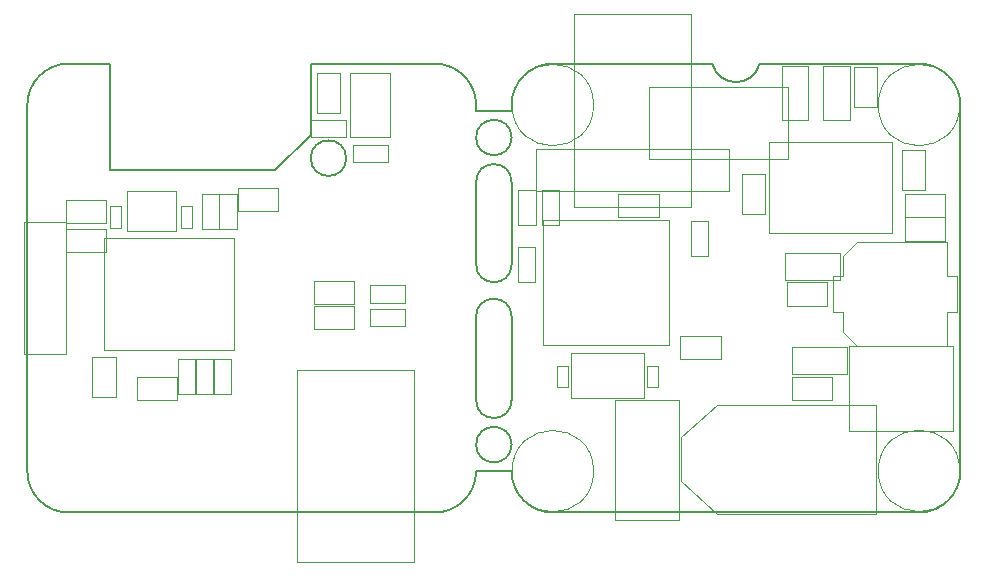
<source format=gbr>
%TF.GenerationSoftware,KiCad,Pcbnew,(5.1.8-0-10_14)*%
%TF.CreationDate,2021-02-10T22:24:43+01:00*%
%TF.ProjectId,ethersweep,65746865-7273-4776-9565-702e6b696361,rev?*%
%TF.SameCoordinates,Original*%
%TF.FileFunction,Other,User*%
%FSLAX46Y46*%
G04 Gerber Fmt 4.6, Leading zero omitted, Abs format (unit mm)*
G04 Created by KiCad (PCBNEW (5.1.8-0-10_14)) date 2021-02-10 22:24:43*
%MOMM*%
%LPD*%
G01*
G04 APERTURE LIST*
%TA.AperFunction,Profile*%
%ADD10C,0.150000*%
%TD*%
%ADD11C,0.050000*%
G04 APERTURE END LIST*
D10*
X163500000Y-98000000D02*
G75*
G02*
X160500000Y-98000000I-1500000J0D01*
G01*
X160500000Y-91000000D02*
G75*
G02*
X163500000Y-91000000I1500000J0D01*
G01*
X163500000Y-98000000D02*
X163500000Y-91000000D01*
X160500000Y-91000000D02*
X160500000Y-98000000D01*
X160500000Y-102400000D02*
G75*
G02*
X163500000Y-102400000I1500000J0D01*
G01*
X160500000Y-102400000D02*
X160500000Y-109500000D01*
X163500000Y-109500000D02*
X163500000Y-102400000D01*
X163500000Y-109500000D02*
G75*
G02*
X160500000Y-109500000I-1500000J0D01*
G01*
X163500000Y-87250000D02*
G75*
G03*
X163500000Y-87250000I-1500000J0D01*
G01*
X163500000Y-113250000D02*
G75*
G03*
X163500000Y-113250000I-1500000J0D01*
G01*
X160500000Y-84500000D02*
X160500000Y-85000000D01*
X163500000Y-84500000D02*
X163500000Y-85000000D01*
X160500000Y-115500000D02*
X163500000Y-115500000D01*
X163500000Y-85000000D02*
X160500000Y-85000000D01*
X149500000Y-89000000D02*
G75*
G03*
X149500000Y-89000000I-1500000J0D01*
G01*
X129500000Y-90000000D02*
X129500000Y-81000000D01*
X126000000Y-81000000D02*
X129500000Y-81000000D01*
X126000000Y-81000000D02*
G75*
G03*
X122500000Y-84500000I0J-3500000D01*
G01*
X146500000Y-81000000D02*
X157000000Y-81000000D01*
X143500000Y-90000000D02*
X129500000Y-90000000D01*
X146500000Y-87000000D02*
X143500000Y-90000000D01*
X146500000Y-81000000D02*
X146500000Y-87000000D01*
X180500000Y-81000000D02*
X167000000Y-81000000D01*
X184500000Y-81000000D02*
X198000000Y-81000000D01*
X184500000Y-81000000D02*
G75*
G02*
X180500000Y-81000000I-2000000J500000D01*
G01*
X163500000Y-84500000D02*
G75*
G02*
X167000000Y-81000000I3500000J0D01*
G01*
X201500000Y-115500000D02*
G75*
G02*
X198000000Y-119000000I-3500000J0D01*
G01*
X167000000Y-119000000D02*
G75*
G02*
X163500000Y-115500000I0J3500000D01*
G01*
X167000000Y-119000000D02*
X198000000Y-119000000D01*
X198000000Y-81000000D02*
G75*
G02*
X201500000Y-84500000I0J-3500000D01*
G01*
X201500000Y-115500000D02*
X201500000Y-84500000D01*
X122500000Y-115500000D02*
X122500000Y-84500000D01*
X160500000Y-84500000D02*
G75*
G03*
X157000000Y-81000000I-3500000J0D01*
G01*
X157000000Y-119000000D02*
G75*
G03*
X160500000Y-115500000I0J3500000D01*
G01*
X122500000Y-115500000D02*
G75*
G03*
X126000000Y-119000000I3500000J0D01*
G01*
X157000000Y-119000000D02*
X126000000Y-119000000D01*
D11*
X155220000Y-106900000D02*
X145320000Y-106900000D01*
X155220000Y-123190000D02*
X155220000Y-106900000D01*
X145320000Y-123190000D02*
X155220000Y-123190000D01*
X145320000Y-106900000D02*
X145320000Y-123190000D01*
X178680000Y-93100000D02*
X178680000Y-76810000D01*
X178680000Y-76810000D02*
X168780000Y-76810000D01*
X168780000Y-76810000D02*
X168780000Y-93100000D01*
X168780000Y-93100000D02*
X178680000Y-93100000D01*
X170450000Y-115500000D02*
G75*
G03*
X170450000Y-115500000I-3450000J0D01*
G01*
X201450000Y-115475001D02*
G75*
G03*
X201450000Y-115475001I-3450000J0D01*
G01*
X201450000Y-84500000D02*
G75*
G03*
X201450000Y-84500000I-3450000J0D01*
G01*
X170450000Y-84500000D02*
G75*
G03*
X170450000Y-84500000I-3450000J0D01*
G01*
X175950000Y-93980000D02*
X172550000Y-93980000D01*
X175950000Y-92020000D02*
X175950000Y-93980000D01*
X172550000Y-92020000D02*
X175950000Y-92020000D01*
X172550000Y-93980000D02*
X172550000Y-92020000D01*
X129200000Y-92520000D02*
X129200000Y-94480000D01*
X129200000Y-94480000D02*
X125800000Y-94480000D01*
X125800000Y-94480000D02*
X125800000Y-92520000D01*
X125800000Y-92520000D02*
X129200000Y-92520000D01*
X136460000Y-94910000D02*
X135540000Y-94910000D01*
X135540000Y-94910000D02*
X135540000Y-93090000D01*
X135540000Y-93090000D02*
X136460000Y-93090000D01*
X136460000Y-93090000D02*
X136460000Y-94910000D01*
X130460000Y-93090000D02*
X130460000Y-94910000D01*
X129540000Y-93090000D02*
X130460000Y-93090000D01*
X129540000Y-94910000D02*
X129540000Y-93090000D01*
X130460000Y-94910000D02*
X129540000Y-94910000D01*
X190200000Y-99520000D02*
X190200000Y-101480000D01*
X190200000Y-101480000D02*
X186800000Y-101480000D01*
X186800000Y-101480000D02*
X186800000Y-99520000D01*
X186800000Y-99520000D02*
X190200000Y-99520000D01*
X125800000Y-95020000D02*
X129200000Y-95020000D01*
X125800000Y-96980000D02*
X125800000Y-95020000D01*
X129200000Y-96980000D02*
X125800000Y-96980000D01*
X129200000Y-95020000D02*
X129200000Y-96980000D01*
X168260000Y-106590000D02*
X168260000Y-108410000D01*
X167340000Y-106590000D02*
X168260000Y-106590000D01*
X167340000Y-108410000D02*
X167340000Y-106590000D01*
X168260000Y-108410000D02*
X167340000Y-108410000D01*
X187250000Y-107520000D02*
X190650000Y-107520000D01*
X187250000Y-109480000D02*
X187250000Y-107520000D01*
X190650000Y-109480000D02*
X187250000Y-109480000D01*
X190650000Y-107520000D02*
X190650000Y-109480000D01*
X174940000Y-106590000D02*
X175860000Y-106590000D01*
X175860000Y-106590000D02*
X175860000Y-108410000D01*
X175860000Y-108410000D02*
X174940000Y-108410000D01*
X174940000Y-108410000D02*
X174940000Y-106590000D01*
X177800000Y-105980000D02*
X177800000Y-104020000D01*
X177800000Y-104020000D02*
X181200000Y-104020000D01*
X181200000Y-104020000D02*
X181200000Y-105980000D01*
X181200000Y-105980000D02*
X177800000Y-105980000D01*
X128020000Y-109200000D02*
X128020000Y-105800000D01*
X129980000Y-109200000D02*
X128020000Y-109200000D01*
X129980000Y-105800000D02*
X129980000Y-109200000D01*
X128020000Y-105800000D02*
X129980000Y-105800000D01*
X143700000Y-93480000D02*
X140300000Y-93480000D01*
X143700000Y-91520000D02*
X143700000Y-93480000D01*
X140300000Y-91520000D02*
X143700000Y-91520000D01*
X140300000Y-93480000D02*
X140300000Y-91520000D01*
X135200000Y-107520000D02*
X135200000Y-109480000D01*
X135200000Y-109480000D02*
X131800000Y-109480000D01*
X131800000Y-109480000D02*
X131800000Y-107520000D01*
X131800000Y-107520000D02*
X135200000Y-107520000D01*
X150200000Y-103480000D02*
X146800000Y-103480000D01*
X150200000Y-101520000D02*
X150200000Y-103480000D01*
X146800000Y-101520000D02*
X150200000Y-101520000D01*
X146800000Y-103480000D02*
X146800000Y-101520000D01*
X146800000Y-101335001D02*
X146800000Y-99375001D01*
X146800000Y-99375001D02*
X150200000Y-99375001D01*
X150200000Y-99375001D02*
X150200000Y-101335001D01*
X150200000Y-101335001D02*
X146800000Y-101335001D01*
X198480000Y-91700000D02*
X196520000Y-91700000D01*
X196520000Y-91700000D02*
X196520000Y-88300000D01*
X196520000Y-88300000D02*
X198480000Y-88300000D01*
X198480000Y-88300000D02*
X198480000Y-91700000D01*
X194480000Y-84700000D02*
X192520000Y-84700000D01*
X192520000Y-84700000D02*
X192520000Y-81300000D01*
X192520000Y-81300000D02*
X194480000Y-81300000D01*
X194480000Y-81300000D02*
X194480000Y-84700000D01*
X200400000Y-96100000D02*
X200400000Y-99000000D01*
X200400000Y-99000000D02*
X201250000Y-99000000D01*
X201250000Y-99000000D02*
X201250000Y-102000000D01*
X201250000Y-102000000D02*
X200400000Y-102000000D01*
X200400000Y-102000000D02*
X200400000Y-104900000D01*
X192750000Y-104900000D02*
X200400000Y-104900000D01*
X192750000Y-96100000D02*
X200400000Y-96100000D01*
X191600000Y-103750000D02*
X192750000Y-104900000D01*
X191600000Y-97250000D02*
X192750000Y-96100000D01*
X191600000Y-97250000D02*
X191600000Y-99000000D01*
X191600000Y-102000000D02*
X191600000Y-103750000D01*
X191600000Y-99000000D02*
X190750000Y-99000000D01*
X190750000Y-99000000D02*
X190750000Y-102000000D01*
X190750000Y-102000000D02*
X191600000Y-102000000D01*
X184980000Y-90300000D02*
X184980000Y-93700000D01*
X183020000Y-90300000D02*
X184980000Y-90300000D01*
X183020000Y-93700000D02*
X183020000Y-90300000D01*
X184980000Y-93700000D02*
X183020000Y-93700000D01*
X200200000Y-95980000D02*
X196800000Y-95980000D01*
X200200000Y-94020000D02*
X200200000Y-95980000D01*
X196800000Y-94020000D02*
X200200000Y-94020000D01*
X196800000Y-95980000D02*
X196800000Y-94020000D01*
X196800000Y-93980000D02*
X196800000Y-92020000D01*
X196800000Y-92020000D02*
X200200000Y-92020000D01*
X200200000Y-92020000D02*
X200200000Y-93980000D01*
X200200000Y-93980000D02*
X196800000Y-93980000D01*
X147050000Y-81820000D02*
X148950000Y-81820000D01*
X148950000Y-81820000D02*
X148950000Y-85180000D01*
X148950000Y-85180000D02*
X147050000Y-85180000D01*
X147050000Y-85180000D02*
X147050000Y-81820000D01*
X125800000Y-105600000D02*
X125800000Y-94400000D01*
X125800000Y-94400000D02*
X122200000Y-94400000D01*
X122200000Y-94400000D02*
X122200000Y-105600000D01*
X122200000Y-105600000D02*
X125800000Y-105600000D01*
X175100000Y-82950000D02*
X175100000Y-89050000D01*
X175100000Y-89050000D02*
X186900000Y-89050000D01*
X186900000Y-89050000D02*
X186900000Y-82950000D01*
X186900000Y-82950000D02*
X175100000Y-82950000D01*
X139730000Y-106020000D02*
X139730000Y-108980000D01*
X138270000Y-106020000D02*
X139730000Y-106020000D01*
X138270000Y-108980000D02*
X138270000Y-106020000D01*
X139730000Y-108980000D02*
X138270000Y-108980000D01*
X151520000Y-101770000D02*
X154480000Y-101770000D01*
X151520000Y-103230000D02*
X151520000Y-101770000D01*
X154480000Y-103230000D02*
X151520000Y-103230000D01*
X154480000Y-101770000D02*
X154480000Y-103230000D01*
X154480000Y-99770000D02*
X154480000Y-101230000D01*
X154480000Y-101230000D02*
X151520000Y-101230000D01*
X151520000Y-101230000D02*
X151520000Y-99770000D01*
X151520000Y-99770000D02*
X154480000Y-99770000D01*
X138770000Y-94980000D02*
X138770000Y-92020000D01*
X140230000Y-94980000D02*
X138770000Y-94980000D01*
X140230000Y-92020000D02*
X140230000Y-94980000D01*
X138770000Y-92020000D02*
X140230000Y-92020000D01*
X137270000Y-92020000D02*
X138730000Y-92020000D01*
X138730000Y-92020000D02*
X138730000Y-94980000D01*
X138730000Y-94980000D02*
X137270000Y-94980000D01*
X137270000Y-94980000D02*
X137270000Y-92020000D01*
X136730000Y-106020000D02*
X136730000Y-108980000D01*
X135270000Y-106020000D02*
X136730000Y-106020000D01*
X135270000Y-108980000D02*
X135270000Y-106020000D01*
X136730000Y-108980000D02*
X135270000Y-108980000D01*
X138230000Y-108980000D02*
X136770000Y-108980000D01*
X136770000Y-108980000D02*
X136770000Y-106020000D01*
X136770000Y-106020000D02*
X138230000Y-106020000D01*
X138230000Y-106020000D02*
X138230000Y-108980000D01*
X192120000Y-81220000D02*
X192120000Y-85780000D01*
X189880000Y-81220000D02*
X192120000Y-81220000D01*
X189880000Y-85780000D02*
X189880000Y-81220000D01*
X192120000Y-85780000D02*
X189880000Y-85780000D01*
X188620000Y-85780000D02*
X186380000Y-85780000D01*
X186380000Y-85780000D02*
X186380000Y-81220000D01*
X186380000Y-81220000D02*
X188620000Y-81220000D01*
X188620000Y-81220000D02*
X188620000Y-85780000D01*
X149480000Y-85770000D02*
X149480000Y-87230000D01*
X149480000Y-87230000D02*
X146520000Y-87230000D01*
X146520000Y-87230000D02*
X146520000Y-85770000D01*
X146520000Y-85770000D02*
X149480000Y-85770000D01*
X172300000Y-119600000D02*
X177700000Y-119600000D01*
X177700000Y-119600000D02*
X177700000Y-109500000D01*
X177700000Y-109500000D02*
X172300000Y-109500000D01*
X172300000Y-109500000D02*
X172300000Y-119600000D01*
X149800000Y-87250000D02*
X149800000Y-81750000D01*
X149800000Y-81750000D02*
X153200000Y-81750000D01*
X153200000Y-81750000D02*
X153200000Y-87250000D01*
X153200000Y-87250000D02*
X149800000Y-87250000D01*
X129000000Y-105250000D02*
X140000000Y-105250000D01*
X129000000Y-95750000D02*
X140000000Y-95750000D01*
X129000000Y-105250000D02*
X129000000Y-95750000D01*
X140000000Y-105250000D02*
X140000000Y-95750000D01*
X166200000Y-104800000D02*
X176800000Y-104800000D01*
X166200000Y-94200000D02*
X176800000Y-94200000D01*
X166200000Y-104800000D02*
X166200000Y-94200000D01*
X176800000Y-104800000D02*
X176800000Y-94200000D01*
X195670000Y-87650000D02*
X195670000Y-95350000D01*
X185330000Y-87650000D02*
X185330000Y-95350000D01*
X195670000Y-87650000D02*
X185330000Y-87650000D01*
X195670000Y-95350000D02*
X185330000Y-95350000D01*
X192100000Y-112100000D02*
X200900000Y-112100000D01*
X192100000Y-104900000D02*
X192100000Y-112100000D01*
X200900000Y-104900000D02*
X192100000Y-104900000D01*
X200900000Y-112100000D02*
X200900000Y-104900000D01*
X130900000Y-91800000D02*
X130900000Y-95200000D01*
X130900000Y-95200000D02*
X135100000Y-95200000D01*
X135100000Y-95200000D02*
X135100000Y-91800000D01*
X135100000Y-91800000D02*
X130900000Y-91800000D01*
X180900000Y-109900000D02*
X194350000Y-109900000D01*
X177850000Y-112650000D02*
X180900000Y-109900000D01*
X177850000Y-116350000D02*
X177850000Y-112650000D01*
X180900000Y-119100000D02*
X177850000Y-116350000D01*
X194350000Y-119100000D02*
X180900000Y-119100000D01*
X194350000Y-109900000D02*
X194350000Y-119100000D01*
X164020000Y-99480000D02*
X164020000Y-96520000D01*
X165480000Y-99480000D02*
X164020000Y-99480000D01*
X165480000Y-96520000D02*
X165480000Y-99480000D01*
X164020000Y-96520000D02*
X165480000Y-96520000D01*
X178670000Y-94320000D02*
X180130000Y-94320000D01*
X180130000Y-94320000D02*
X180130000Y-97280000D01*
X180130000Y-97280000D02*
X178670000Y-97280000D01*
X178670000Y-97280000D02*
X178670000Y-94320000D01*
X165580000Y-88200000D02*
X165580000Y-91800000D01*
X181880000Y-88200000D02*
X165580000Y-88200000D01*
X181880000Y-91800000D02*
X181880000Y-88200000D01*
X165580000Y-91800000D02*
X181880000Y-91800000D01*
X165530000Y-94680000D02*
X164070000Y-94680000D01*
X164070000Y-94680000D02*
X164070000Y-91720000D01*
X164070000Y-91720000D02*
X165530000Y-91720000D01*
X165530000Y-91720000D02*
X165530000Y-94680000D01*
X167530000Y-91720000D02*
X167530000Y-94680000D01*
X166070000Y-91720000D02*
X167530000Y-91720000D01*
X166070000Y-94680000D02*
X166070000Y-91720000D01*
X167530000Y-94680000D02*
X166070000Y-94680000D01*
X153055000Y-89330000D02*
X150095000Y-89330000D01*
X153055000Y-87870000D02*
X153055000Y-89330000D01*
X150095000Y-87870000D02*
X153055000Y-87870000D01*
X150095000Y-89330000D02*
X150095000Y-87870000D01*
X168500000Y-109300000D02*
X174700000Y-109300000D01*
X168500000Y-105500000D02*
X168500000Y-109300000D01*
X174700000Y-105500000D02*
X168500000Y-105500000D01*
X174700000Y-109300000D02*
X174700000Y-105500000D01*
X191275000Y-97050000D02*
X191275000Y-99350000D01*
X191275000Y-99350000D02*
X186675000Y-99350000D01*
X186675000Y-99350000D02*
X186675000Y-97050000D01*
X186675000Y-97050000D02*
X191275000Y-97050000D01*
X187275000Y-104950000D02*
X191875000Y-104950000D01*
X187275000Y-107250000D02*
X187275000Y-104950000D01*
X191875000Y-107250000D02*
X187275000Y-107250000D01*
X191875000Y-104950000D02*
X191875000Y-107250000D01*
M02*

</source>
